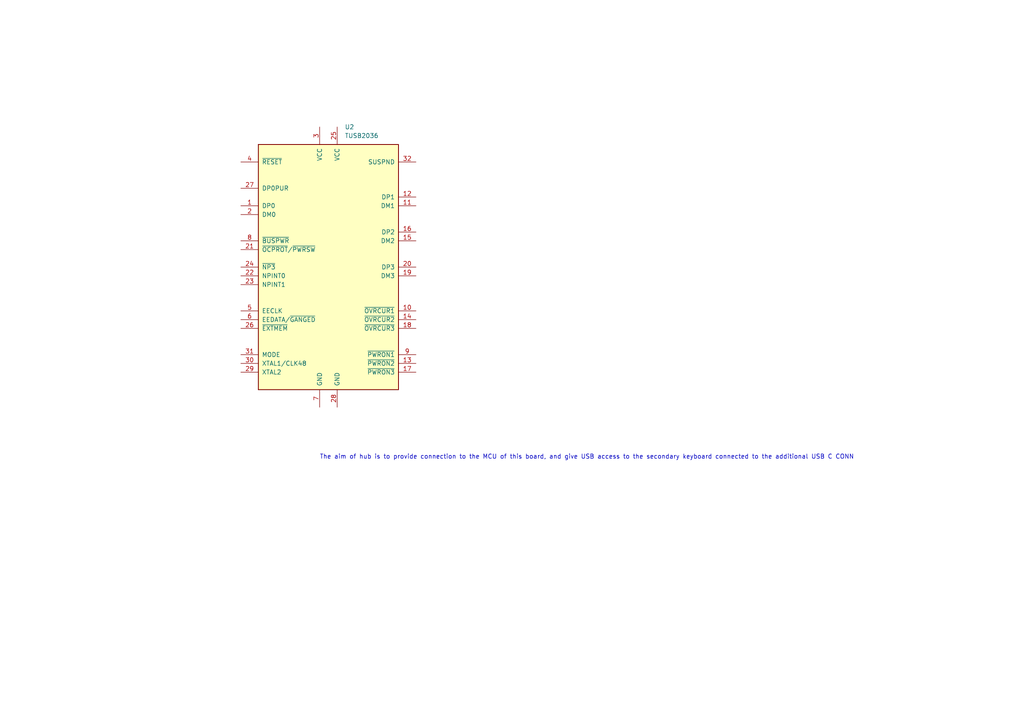
<source format=kicad_sch>
(kicad_sch (version 20230121) (generator eeschema)
  (paper "A4")
  (lib_symbols
    (symbol "Interface_USB:TUSB2036" (pin_names (offset 1.016))
      (property "Reference" "U" (at -19.05 36.83 0))
      (property "Value" "TUSB2036" (at 0 0 0))
      (symbol "TUSB2036_0_1"
        (rectangle (start -20.32 35.56) (end 20.32 -35.56) (stroke (width 0.254)) (fill (type background)))
      )
      (symbol "TUSB2036_1_1"
        (pin bidirectional line (at -25.4 17.78 0) (length 5.08) (name "DP0") (number "1"))
        (pin input line (at 25.4 -12.7 180) (length 5.08) (name "~{OVRCUR1}") (number "10"))
        (pin bidirectional line (at 25.4 17.78 180) (length 5.08) (name "DM1") (number "11"))
        (pin bidirectional line (at 25.4 20.32 180) (length 5.08) (name "DP1") (number "12"))
        (pin output line (at 25.4 -27.94 180) (length 5.08) (name "~{PWRON2}") (number "13"))
        (pin input line (at 25.4 -15.24 180) (length 5.08) (name "~{OVRCUR2}") (number "14"))
        (pin bidirectional line (at 25.4 7.62 180) (length 5.08) (name "DM2") (number "15"))
        (pin bidirectional line (at 25.4 10.16 180) (length 5.08) (name "DP2") (number "16"))
        (pin output line (at 25.4 -30.48 180) (length 5.08) (name "~{PWRON3}") (number "17"))
        (pin input line (at 25.4 -17.78 180) (length 5.08) (name "~{OVRCUR3}") (number "18"))
        (pin bidirectional line (at 25.4 -2.54 180) (length 5.08) (name "DM3") (number "19"))
        (pin bidirectional line (at -25.4 15.24 0) (length 5.08) (name "DM0") (number "2"))
        (pin bidirectional line (at 25.4 0 180) (length 5.08) (name "DP3") (number "20"))
        (pin input line (at -25.4 5.08 0) (length 5.08) (name "~{OCPROT}/~{PWRSW}") (number "21"))
        (pin input line (at -25.4 -2.54 0) (length 5.08) (name "NPINT0") (number "22"))
        (pin input line (at -25.4 -5.08 0) (length 5.08) (name "NPINT1") (number "23"))
        (pin input line (at -25.4 0 0) (length 5.08) (name "~{NP3}") (number "24"))
        (pin power_in line (at 2.54 40.64 270) (length 5.08) (name "VCC") (number "25"))
        (pin input line (at -25.4 -17.78 0) (length 5.08) (name "~{EXTMEM}") (number "26"))
        (pin output line (at -25.4 22.86 0) (length 5.08) (name "DP0PUR") (number "27"))
        (pin power_in line (at 2.54 -40.64 90) (length 5.08) (name "GND") (number "28"))
        (pin output line (at -25.4 -30.48 0) (length 5.08) (name "XTAL2") (number "29"))
        (pin power_in line (at -2.54 40.64 270) (length 5.08) (name "VCC") (number "3"))
        (pin input line (at -25.4 -27.94 0) (length 5.08) (name "XTAL1/CLK48") (number "30"))
        (pin input line (at -25.4 -25.4 0) (length 5.08) (name "MODE") (number "31"))
        (pin output line (at 25.4 30.48 180) (length 5.08) (name "SUSPND") (number "32"))
        (pin input line (at -25.4 30.48 0) (length 5.08) (name "~{RESET}") (number "4"))
        (pin tri_state line (at -25.4 -12.7 0) (length 5.08) (name "EECLK") (number "5"))
        (pin bidirectional line (at -25.4 -15.24 0) (length 5.08) (name "EEDATA/~{GANGED}") (number "6"))
        (pin power_in line (at -2.54 -40.64 90) (length 5.08) (name "GND") (number "7"))
        (pin input line (at -25.4 7.62 0) (length 5.08) (name "~{BUSPWR}") (number "8"))
        (pin output line (at 25.4 -25.4 180) (length 5.08) (name "~{PWRON1}") (number "9"))
      )
    )
  )
  (text "The aim of hub is to provide connection to the MCU of this board, and give USB access to the secondary keyboard connected to the additional USB C CONN" (at 92.71 133.35 0) (effects (font (size 1.27 1.27)) (justify left bottom)))
  (symbol (lib_id "Interface_USB:TUSB2036") (at 95.25 77.47 0) (unit 1)
    (property "Reference" "U2" (at 99.9841 36.83 0) (effects (justify left)))
    (property "Value" "TUSB2036" (at 99.9841 39.37 0) (effects (justify left)))
    (property "Footprint" "Package_QFP:LQFP-32_7x7mm_P0.8mm" (effects hide))
    (property "Datasheet" "http://www.ti.com/lit/ds/symlink/tusb2036.pdf" (effects hide))
  )
)
</source>
